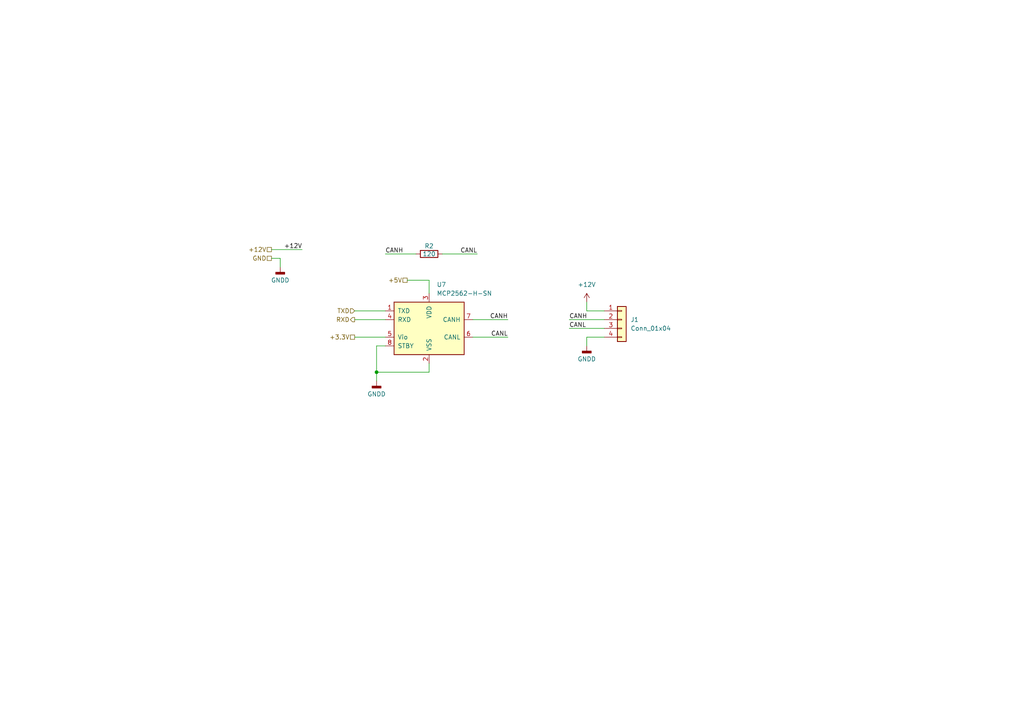
<source format=kicad_sch>
(kicad_sch (version 20231120) (generator "eeschema") (generator_version "8.0")
  (paper "A4")
  (lib_symbols
    (symbol "Connector_Generic:Conn_01x04" (pin_names (offset 1.016) hide)
      (property "Reference" "J" (at 0 5.08 0))
      (property "Value" "Conn_01x04" (at 0 -7.62 0))
      (symbol "Conn_01x04_1_1"
        (rectangle (start -1.27 -4.953) (end 0 -5.207) (stroke (width 0.1524)))
        (rectangle (start -1.27 -2.413) (end 0 -2.667) (stroke (width 0.1524)))
        (rectangle (start -1.27 0.127) (end 0 -0.127) (stroke (width 0.1524)))
        (rectangle (start -1.27 2.667) (end 0 2.413) (stroke (width 0.1524)))
        (rectangle (start -1.27 3.81) (end 1.27 -6.35) (stroke (width 0.254)) (fill (type background)))
        (pin passive line (at -5.08 2.54 0) (length 3.81) (name "Pin_1") (number "1"))
        (pin passive line (at -5.08 0 0) (length 3.81) (name "Pin_2") (number "2"))
        (pin passive line (at -5.08 -2.54 0) (length 3.81) (name "Pin_3") (number "3"))
        (pin passive line (at -5.08 -5.08 0) (length 3.81) (name "Pin_4") (number "4"))
      )
    )
    (symbol "Device:R" (pin_numbers hide) (pin_names (offset 0))
      (property "Reference" "R" (at 2.032 0 90))
      (property "Value" "R" (at 0 0 90))
      (symbol "R_0_1"
        (rectangle (start -1.016 -2.54) (end 1.016 2.54) (stroke (width 0.254)))
      )
      (symbol "R_1_1"
        (pin passive line (at 0 3.81 270) (length 1.27) (name "~") (number "1"))
        (pin passive line (at 0 -3.81 90) (length 1.27) (name "~") (number "2"))
      )
    )
    (symbol "Interface_CAN_LIN:MCP2562-H-SN" (pin_names (offset 1.016))
      (property "Reference" "U" (at -10.16 8.89 0))
      (property "Value" "MCP2562-H-SN" (at 2.54 8.89 0))
      (symbol "MCP2562-H-SN_0_1"
        (rectangle (start -10.16 7.62) (end 10.16 -7.62) (stroke (width 0.254)) (fill (type background)))
      )
      (symbol "MCP2562-H-SN_1_1"
        (pin input line (at -12.7 5.08 0) (length 2.54) (name "TXD") (number "1"))
        (pin power_in line (at 0 -10.16 90) (length 2.54) (name "VSS") (number "2"))
        (pin power_in line (at 0 10.16 270) (length 2.54) (name "VDD") (number "3"))
        (pin output line (at -12.7 2.54 0) (length 2.54) (name "RXD") (number "4"))
        (pin power_in line (at -12.7 -2.54 0) (length 2.54) (name "Vio") (number "5"))
        (pin bidirectional line (at 12.7 -2.54 180) (length 2.54) (name "CANL") (number "6"))
        (pin bidirectional line (at 12.7 2.54 180) (length 2.54) (name "CANH") (number "7"))
        (pin input line (at -12.7 -5.08 0) (length 2.54) (name "STBY") (number "8"))
      )
    )
    (symbol "power:+12V" (power) (pin_names (offset 0))
      (property "Value" "+12V" (at 0 3.556 0))
      (symbol "+12V_0_1"
        (polyline (pts (xy -0.762 1.27) (xy 0 2.54)))
        (polyline (pts (xy 0 0) (xy 0 2.54)))
        (polyline (pts (xy 0 2.54) (xy 0.762 1.27)))
      )
      (symbol "+12V_1_1"
        (pin power_in line (at 0 0 90) (length 0) hide (name "+12V") (number "1"))
      )
    )
    (symbol "power:GNDD" (power) (pin_names (offset 0))
      (property "Value" "GNDD" (at 0 -3.175 0))
      (symbol "GNDD_0_1"
        (rectangle (start -1.27 -1.524) (end 1.27 -2.032) (stroke (width 0.254)) (fill (type outline)))
        (polyline (pts (xy 0 0) (xy 0 -1.524)))
      )
      (symbol "GNDD_1_1"
        (pin power_in line (at 0 0 270) (length 0) hide (name "GNDD") (number "1"))
      )
    )
  )
  (junction (at 109.22 107.95))
  (wire (pts (xy 124.46 105.41) (xy 124.46 107.95)))
  (wire (pts (xy 109.22 100.33) (xy 111.76 100.33)))
  (wire (pts (xy 165.1 92.71) (xy 175.26 92.71)))
  (wire (pts (xy 102.87 90.17) (xy 111.76 90.17)))
  (wire (pts (xy 128.27 73.66) (xy 138.43 73.66)))
  (wire (pts (xy 102.87 92.71) (xy 111.76 92.71)))
  (wire (pts (xy 102.87 97.79) (xy 111.76 97.79)))
  (wire (pts (xy 137.16 92.71) (xy 147.32 92.71)))
  (wire (pts (xy 109.22 107.95) (xy 109.22 100.33)))
  (wire (pts (xy 170.18 97.79) (xy 170.18 100.33)))
  (wire (pts (xy 81.28 74.93) (xy 78.74 74.93)))
  (wire (pts (xy 109.22 110.49) (xy 109.22 107.95)))
  (wire (pts (xy 170.18 90.17) (xy 175.26 90.17)))
  (wire (pts (xy 118.11 81.28) (xy 124.46 81.28)))
  (wire (pts (xy 111.76 73.66) (xy 120.65 73.66)))
  (wire (pts (xy 78.74 72.39) (xy 87.63 72.39)))
  (wire (pts (xy 170.18 87.63) (xy 170.18 90.17)))
  (wire (pts (xy 165.1 95.25) (xy 175.26 95.25)))
  (wire (pts (xy 124.46 107.95) (xy 109.22 107.95)))
  (wire (pts (xy 175.26 97.79) (xy 170.18 97.79)))
  (wire (pts (xy 124.46 81.28) (xy 124.46 85.09)))
  (wire (pts (xy 81.28 77.47) (xy 81.28 74.93)))
  (wire (pts (xy 137.16 97.79) (xy 147.32 97.79)))
  (label "CANH" (at 147.32 92.71 180))
  (label "CANH" (at 111.76 73.66 0))
  (label "CANL" (at 147.32 97.79 180))
  (label "CANH" (at 165.1 92.71 0))
  (label "+12V" (at 87.63 72.39 180))
  (label "CANL" (at 165.1 95.25 0))
  (label "CANL" (at 138.43 73.66 180))
  (hierarchical_label "+5V" (shape passive) (at 118.11 81.28 180))
  (hierarchical_label "+12V" (shape passive) (at 78.74 72.39 180))
  (hierarchical_label "RXD" (shape output) (at 102.87 92.71 180))
  (hierarchical_label "+3.3V" (shape passive) (at 102.87 97.79 180))
  (hierarchical_label "GND" (shape passive) (at 78.74 74.93 180))
  (hierarchical_label "TXD" (shape input) (at 102.87 90.17 180))
  (symbol (lib_id "Device:R") (at 124.46 73.66 90) (unit 1)
    (property "Reference" "R2" (at 124.46 71.374 90))
    (property "Value" "120" (at 124.46 73.66 90))
    (property "Footprint" "Resistor_SMD:R_0805_2012Metric" (effects (hide yes)))
    (property "Description" "Resistor" (effects (hide yes)))
    (instances (project "TheThing" (path "" (reference "R2") (unit 1)) (path "" (reference "R1") (unit 1))))
  )
  (symbol (lib_id "Interface_CAN_LIN:MCP2562-H-SN") (at 124.46 95.25 0) (unit 1)
    (property "Reference" "U7" (at 126.6541 82.55 0) (effects (justify left)))
    (property "Value" "MCP2562-H-SN" (at 126.6541 85.09 0) (effects (justify left)))
    (property "Footprint" "Package_SO:SOIC-8_3.9x4.9mm_P1.27mm" (effects (hide yes)))
    (property "Datasheet" "http://ww1.microchip.com/downloads/en/DeviceDoc/25167A.pdf" (effects (hide yes)))
    (property "Description" "High-Speed CAN Transceiver, 1Mbps, 5V supply, Vio pin, -40C to +150C, SOIC-8" (effects (hide yes)))
    (instances (project "TheThing" (path "" (reference "U7") (unit 1)) (path "" (reference "U8") (unit 1))))
  )
  (symbol (lib_id "power:+12V") (at 170.18 87.63 0) (unit 1)
    (property "Reference" "#PWR018" (effects (hide yes)))
    (property "Value" "+12V" (at 170.18 82.55 0))
    (property "Description" "Power symbol creates a global label with name \"+12V\"" (effects (hide yes)))
    (instances (project "TheThing" (path "" (reference "#PWR018") (unit 1)) (path "" (reference "#PWR016") (unit 1))))
  )
  (symbol (lib_id "power:GNDD") (at 109.22 110.49 0) (unit 1)
    (property "Reference" "#PWR027" (effects (hide yes)))
    (property "Value" "GNDD" (at 109.22 114.3 0))
    (property "Description" "Power symbol creates a global label with name \"GNDD\" , digital ground" (effects (hide yes)))
    (instances (project "TheThing" (path "" (reference "#PWR027") (unit 1)) (path "" (reference "#PWR028") (unit 1))))
  )
  (symbol (lib_id "power:GNDD") (at 81.28 77.47 0) (unit 1)
    (property "Reference" "#PWR015" (effects (hide yes)))
    (property "Value" "GNDD" (at 81.28 81.28 0))
    (property "Description" "Power symbol creates a global label with name \"GNDD\" , digital ground" (effects (hide yes)))
    (instances (project "TheThing" (path "" (reference "#PWR015") (unit 1)) (path "" (reference "#PWR08") (unit 1))))
  )
  (symbol (lib_id "Connector_Generic:Conn_01x04") (at 180.34 92.71 0) (unit 1)
    (property "Reference" "J1" (at 182.88 92.7099 0) (effects (justify left)))
    (property "Value" "Conn_01x04" (at 182.88 95.2499 0) (effects (justify left)))
    (property "Footprint" "Connector_JST:JST_GH_SM04B-GHS-TB_1x04-1MP_P1.25mm_Horizontal" (effects (hide yes)))
    (property "Description" "Generic connector, single row, 01x04, script generated (kicad-library-utils/schlib/autogen/connector/)" (effects (hide yes)))
    (instances (project "TheThing" (path "" (reference "J1") (unit 1)) (path "" (reference "J2") (unit 1))))
  )
  (symbol (lib_id "power:GNDD") (at 170.18 100.33 0) (unit 1)
    (property "Reference" "#PWR019" (effects (hide yes)))
    (property "Value" "GNDD" (at 170.18 104.14 0))
    (property "Description" "Power symbol creates a global label with name \"GNDD\" , digital ground" (effects (hide yes)))
    (instances (project "TheThing" (path "" (reference "#PWR019") (unit 1)) (path "" (reference "#PWR017") (unit 1))))
  )
)
</source>
